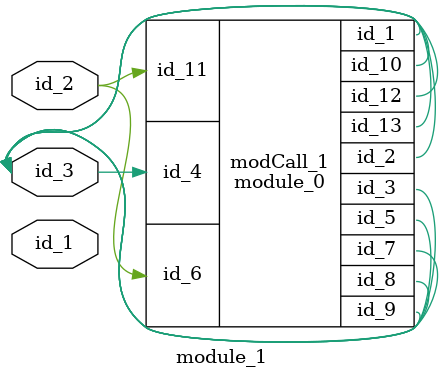
<source format=v>
module module_0 (
    id_1,
    id_2,
    id_3,
    id_4,
    id_5,
    id_6,
    id_7,
    id_8,
    id_9,
    id_10,
    id_11,
    id_12,
    id_13
);
  output wire id_13;
  inout wire id_12;
  input wire id_11;
  output wire id_10;
  inout wire id_9;
  output wire id_8;
  inout wire id_7;
  input wire id_6;
  inout wire id_5;
  input wire id_4;
  output wire id_3;
  inout wire id_2;
  output wire id_1;
endmodule
module module_1 (
    id_1,
    id_2,
    id_3
);
  inout wire id_3;
  input wire id_2;
  input wire id_1;
  reg id_4;
  always @(posedge id_4) begin : LABEL_0
    id_4 <= id_2 - id_2;
    $display($display({id_2 == id_3, 1 == 1, 1, 1'h0 * id_1 / 1}));
    id_4 <= 1;
  end
  module_0 modCall_1 (
      id_3,
      id_3,
      id_3,
      id_3,
      id_3,
      id_2,
      id_3,
      id_3,
      id_3,
      id_3,
      id_2,
      id_3,
      id_3
  );
endmodule

</source>
